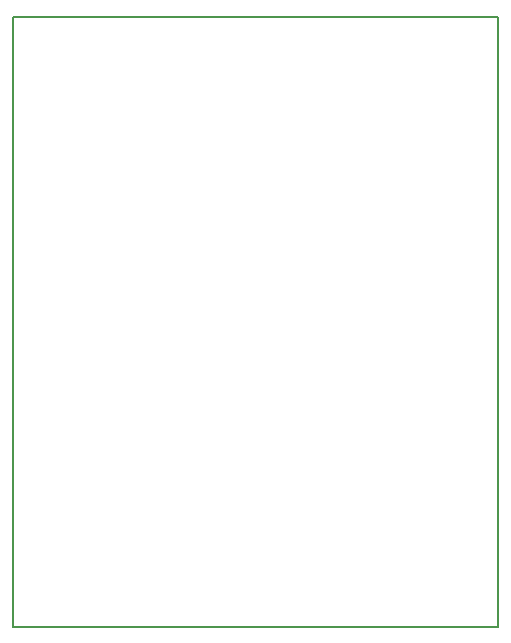
<source format=gm1>
%FSLAX25Y25*%
%MOIN*%
G70*
G01*
G75*
G04 Layer_Color=16711935*
%ADD10C,0.02362*%
%ADD11C,0.01000*%
%ADD12C,0.00787*%
%ADD13C,0.00039*%
%ADD14C,0.07874*%
%ADD15C,0.02165*%
%ADD16R,0.03937X0.01378*%
%ADD17R,0.04724X0.05315*%
%ADD18R,0.08900X0.03500*%
%ADD19C,0.00591*%
%ADD20C,0.01181*%
%ADD21C,0.00394*%
%ADD22C,0.07953*%
%ADD23R,0.04252X0.01693*%
%ADD24R,0.05039X0.05630*%
D12*
X0Y0D02*
X161500D01*
Y203300D01*
X0D02*
X161500D01*
X0Y0D02*
Y203300D01*
M02*

</source>
